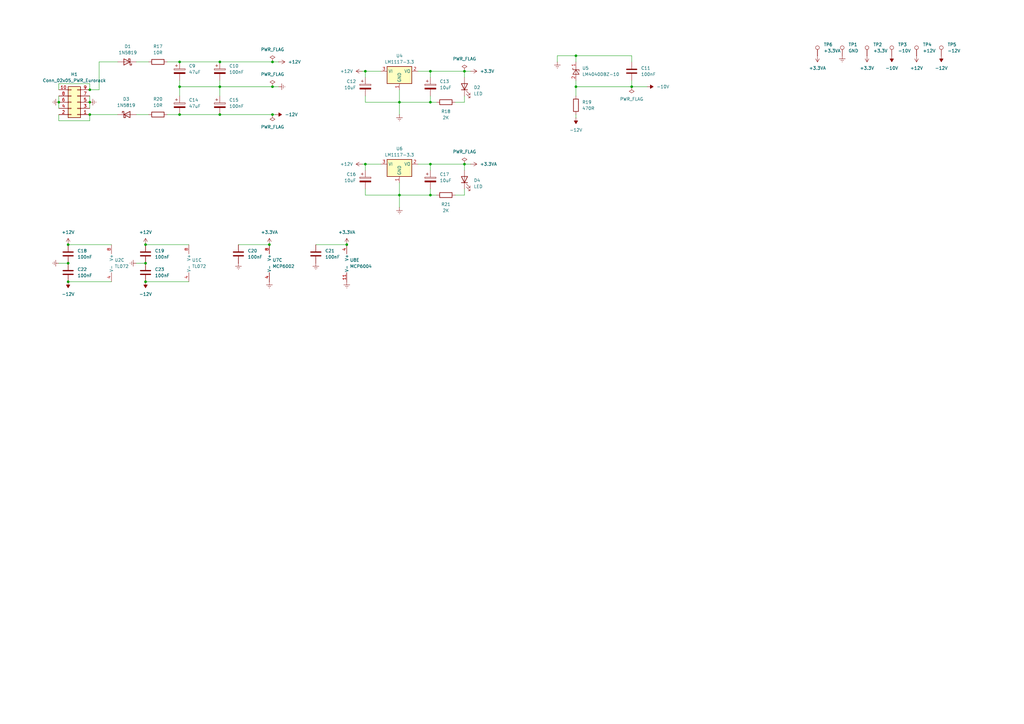
<source format=kicad_sch>
(kicad_sch (version 20250114) (generator "eeschema") (generator_version "9.0")
  (paper "A3")
  (lib_symbols
    (symbol "Amplifier_Operational:MCP6002-xSN" (pin_names (offset 0.127))
      (property "Reference" "U" (at 0 5.08 0))
      (property "Value" "MCP6002-xSN" (at 0 -5.08 0))
      (symbol "MCP6002-xSN_1_1"
        (polyline (pts (xy -5.08 5.08) (xy 5.08 0) (xy -5.08 -5.08) (xy -5.08 5.08)) (stroke (width 0.254)) (fill (type background)))
        (pin input line (at -7.62 2.54 0) (length 2.54) (name "+") (number "3"))
        (pin input line (at -7.62 -2.54 0) (length 2.54) (name "-") (number "2"))
        (pin output line (at 7.62 0 180) (length 2.54) (name "~") (number "1"))
      )
      (symbol "MCP6002-xSN_2_1"
        (polyline (pts (xy -5.08 5.08) (xy 5.08 0) (xy -5.08 -5.08) (xy -5.08 5.08)) (stroke (width 0.254)) (fill (type background)))
        (pin input line (at -7.62 2.54 0) (length 2.54) (name "+") (number "5"))
        (pin input line (at -7.62 -2.54 0) (length 2.54) (name "-") (number "6"))
        (pin output line (at 7.62 0 180) (length 2.54) (name "~") (number "7"))
      )
      (symbol "MCP6002-xSN_3_1"
        (pin power_in line (at -2.54 7.62 270) (length 3.81) (name "V+") (number "8"))
        (pin power_in line (at -2.54 -7.62 90) (length 3.81) (name "V-") (number "4"))
      )
    )
    (symbol "Amplifier_Operational:MCP6004" (pin_names (offset 0.127))
      (property "Reference" "U" (at 0 5.08 0))
      (property "Value" "MCP6004" (at 0 -5.08 0))
      (symbol "MCP6004_1_1"
        (polyline (pts (xy -5.08 5.08) (xy 5.08 0) (xy -5.08 -5.08) (xy -5.08 5.08)) (stroke (width 0.254)) (fill (type background)))
        (pin input line (at -7.62 2.54 0) (length 2.54) (name "+") (number "3"))
        (pin input line (at -7.62 -2.54 0) (length 2.54) (name "-") (number "2"))
        (pin output line (at 7.62 0 180) (length 2.54) (name "~") (number "1"))
      )
      (symbol "MCP6004_2_1"
        (polyline (pts (xy -5.08 5.08) (xy 5.08 0) (xy -5.08 -5.08) (xy -5.08 5.08)) (stroke (width 0.254)) (fill (type background)))
        (pin input line (at -7.62 2.54 0) (length 2.54) (name "+") (number "5"))
        (pin input line (at -7.62 -2.54 0) (length 2.54) (name "-") (number "6"))
        (pin output line (at 7.62 0 180) (length 2.54) (name "~") (number "7"))
      )
      (symbol "MCP6004_3_1"
        (polyline (pts (xy -5.08 5.08) (xy 5.08 0) (xy -5.08 -5.08) (xy -5.08 5.08)) (stroke (width 0.254)) (fill (type background)))
        (pin input line (at -7.62 2.54 0) (length 2.54) (name "+") (number "10"))
        (pin input line (at -7.62 -2.54 0) (length 2.54) (name "-") (number "9"))
        (pin output line (at 7.62 0 180) (length 2.54) (name "~") (number "8"))
      )
      (symbol "MCP6004_4_1"
        (polyline (pts (xy -5.08 5.08) (xy 5.08 0) (xy -5.08 -5.08) (xy -5.08 5.08)) (stroke (width 0.254)) (fill (type background)))
        (pin input line (at -7.62 2.54 0) (length 2.54) (name "+") (number "12"))
        (pin input line (at -7.62 -2.54 0) (length 2.54) (name "-") (number "13"))
        (pin output line (at 7.62 0 180) (length 2.54) (name "~") (number "14"))
      )
      (symbol "MCP6004_5_1"
        (pin power_in line (at -2.54 7.62 270) (length 3.81) (name "V+") (number "4"))
        (pin power_in line (at -2.54 -7.62 90) (length 3.81) (name "V-") (number "11"))
      )
    )
    (symbol "Amplifier_Operational:TL072" (pin_names (offset 0.127))
      (property "Reference" "U" (at 0 5.08 0))
      (property "Value" "TL072" (at 0 -5.08 0))
      (symbol "TL072_1_1"
        (polyline (pts (xy -5.08 5.08) (xy 5.08 0) (xy -5.08 -5.08) (xy -5.08 5.08)) (stroke (width 0.254)) (fill (type background)))
        (pin input line (at -7.62 2.54 0) (length 2.54) (name "+") (number "3"))
        (pin input line (at -7.62 -2.54 0) (length 2.54) (name "-") (number "2"))
        (pin output line (at 7.62 0 180) (length 2.54) (name "~") (number "1"))
      )
      (symbol "TL072_2_1"
        (polyline (pts (xy -5.08 5.08) (xy 5.08 0) (xy -5.08 -5.08) (xy -5.08 5.08)) (stroke (width 0.254)) (fill (type background)))
        (pin input line (at -7.62 2.54 0) (length 2.54) (name "+") (number "5"))
        (pin input line (at -7.62 -2.54 0) (length 2.54) (name "-") (number "6"))
        (pin output line (at 7.62 0 180) (length 2.54) (name "~") (number "7"))
      )
      (symbol "TL072_3_1"
        (pin power_in line (at -2.54 7.62 270) (length 3.81) (name "V+") (number "8"))
        (pin power_in line (at -2.54 -7.62 90) (length 3.81) (name "V-") (number "4"))
      )
    )
    (symbol "Connector:TestPoint" (pin_numbers (hide yes)) (pin_names (offset 0.762) (hide yes))
      (property "Reference" "TP" (at 0 6.858 0))
      (property "Value" "TestPoint" (at 0 5.08 0))
      (symbol "TestPoint_0_1"
        (circle (center 0 3.302) (radius 0.762))
      )
      (symbol "TestPoint_1_1"
        (pin passive line (at 0 0 90) (length 2.54) (name "1") (number "1"))
      )
    )
    (symbol "Device:C" (pin_numbers (hide yes)) (pin_names (offset 0.254))
      (property "Reference" "C" (at 0.635 2.54 0))
      (property "Value" "C" (at 0.635 -2.54 0))
      (symbol "C_0_1"
        (polyline (pts (xy -2.032 0.762) (xy 2.032 0.762)) (stroke (width 0.508)))
        (polyline (pts (xy -2.032 -0.762) (xy 2.032 -0.762)) (stroke (width 0.508)))
      )
      (symbol "C_1_1"
        (pin passive line (at 0 3.81 270) (length 2.794) (name "~") (number "1"))
        (pin passive line (at 0 -3.81 90) (length 2.794) (name "~") (number "2"))
      )
    )
    (symbol "Device:C_Polarized" (pin_numbers (hide yes)) (pin_names (offset 0.254))
      (property "Reference" "C" (at 0.635 2.54 0))
      (property "Value" "C_Polarized" (at 0.635 -2.54 0))
      (symbol "C_Polarized_0_1"
        (rectangle (start -2.286 0.508) (end 2.286 1.016))
        (polyline (pts (xy -1.778 2.286) (xy -0.762 2.286)))
        (polyline (pts (xy -1.27 2.794) (xy -1.27 1.778)))
        (rectangle (start 2.286 -0.508) (end -2.286 -1.016) (fill (type outline)))
      )
      (symbol "C_Polarized_1_1"
        (pin passive line (at 0 3.81 270) (length 2.794) (name "~") (number "1"))
        (pin passive line (at 0 -3.81 90) (length 2.794) (name "~") (number "2"))
      )
    )
    (symbol "Device:LED" (pin_numbers (hide yes)) (pin_names (offset 1.016) (hide yes))
      (property "Reference" "D" (at 0 2.54 0))
      (property "Value" "LED" (at 0 -2.54 0))
      (symbol "LED_0_1"
        (polyline (pts (xy -3.048 -0.762) (xy -4.572 -2.286) (xy -3.81 -2.286) (xy -4.572 -2.286) (xy -4.572 -1.524)))
        (polyline (pts (xy -1.778 -0.762) (xy -3.302 -2.286) (xy -2.54 -2.286) (xy -3.302 -2.286) (xy -3.302 -1.524)))
        (polyline (pts (xy -1.27 0) (xy 1.27 0)))
        (polyline (pts (xy -1.27 -1.27) (xy -1.27 1.27)) (stroke (width 0.254)))
        (polyline (pts (xy 1.27 -1.27) (xy 1.27 1.27) (xy -1.27 0) (xy 1.27 -1.27)) (stroke (width 0.254)))
      )
      (symbol "LED_1_1"
        (pin passive line (at -3.81 0 0) (length 2.54) (name "K") (number "1"))
        (pin passive line (at 3.81 0 180) (length 2.54) (name "A") (number "2"))
      )
    )
    (symbol "Device:R" (pin_numbers (hide yes)) (pin_names (offset 0))
      (property "Reference" "R" (at 2.032 0 90))
      (property "Value" "R" (at 0 0 90))
      (symbol "R_0_1"
        (rectangle (start -1.016 -2.54) (end 1.016 2.54) (stroke (width 0.254)))
      )
      (symbol "R_1_1"
        (pin passive line (at 0 3.81 270) (length 1.27) (name "~") (number "1"))
        (pin passive line (at 0 -3.81 90) (length 1.27) (name "~") (number "2"))
      )
    )
    (symbol "Diode:1N5817" (pin_numbers (hide yes)) (pin_names (offset 1.016) (hide yes))
      (property "Reference" "D" (at 0 2.54 0))
      (property "Value" "1N5817" (at 0 -2.54 0))
      (symbol "1N5817_0_1"
        (polyline (pts (xy -1.905 0.635) (xy -1.905 1.27) (xy -1.27 1.27) (xy -1.27 -1.27) (xy -0.635 -1.27) (xy -0.635 -0.635)) (stroke (width 0.254)))
        (polyline (pts (xy 1.27 1.27) (xy 1.27 -1.27) (xy -1.27 0) (xy 1.27 1.27)) (stroke (width 0.254)))
        (polyline (pts (xy 1.27 0) (xy -1.27 0)))
      )
      (symbol "1N5817_1_1"
        (pin passive line (at -3.81 0 0) (length 2.54) (name "K") (number "1"))
        (pin passive line (at 3.81 0 180) (length 2.54) (name "A") (number "2"))
      )
    )
    (symbol "Reference_Voltage:LM4040DBZ-10" (pin_names (offset 0.0254) (hide yes))
      (property "Reference" "U" (at 0 2.54 0))
      (property "Value" "LM4040DBZ-10" (at 0 -3.175 0))
      (symbol "LM4040DBZ-10_0_1"
        (polyline (pts (xy -1.27 0) (xy 0 0) (xy 1.27 0)))
        (polyline (pts (xy -1.27 -1.27) (xy 0.635 0) (xy -1.27 1.27) (xy -1.27 -1.27)) (stroke (width 0.2032)))
        (polyline (pts (xy 0 -1.27) (xy 0.635 -1.27) (xy 0.635 1.27) (xy 1.27 1.27)) (stroke (width 0.2032)))
      )
      (symbol "LM4040DBZ-10_1_1"
        (pin passive line (at -3.81 0 0) (length 2.54) (name "A") (number "2"))
        (pin no_connect line (at -1.27 0 0) (length 2.54) (hide yes) (name "NC") (number "3"))
        (pin passive line (at 3.81 0 180) (length 2.54) (name "K") (number "1"))
      )
    )
    (symbol "Regulator_Linear:LM1117DT-3.3"
      (property "Reference" "U" (at -3.81 3.175 0))
      (property "Value" "LM1117DT-3.3" (at 0 3.175 0))
      (symbol "LM1117DT-3.3_0_1"
        (rectangle (start -5.08 -5.08) (end 5.08 1.905) (stroke (width 0.254)) (fill (type background)))
      )
      (symbol "LM1117DT-3.3_1_1"
        (pin power_in line (at -7.62 0 0) (length 2.54) (name "VI") (number "3"))
        (pin power_in line (at 0 -7.62 90) (length 2.54) (name "GND") (number "1"))
        (pin power_out line (at 7.62 0 180) (length 2.54) (name "VO") (number "2"))
      )
    )
    (symbol "power:+12V" (power) (pin_numbers (hide yes)) (pin_names (offset 0) (hide yes))
      (property "Value" "+12V" (at 0 3.556 0))
      (symbol "+12V_0_1"
        (polyline (pts (xy -0.762 1.27) (xy 0 2.54)))
        (polyline (pts (xy 0 2.54) (xy 0.762 1.27)))
        (polyline (pts (xy 0 0) (xy 0 2.54)))
      )
      (symbol "+12V_1_1"
        (pin power_in line (at 0 0 90) (length 0) (name "~") (number "1"))
      )
    )
    (symbol "power:+3.3V" (power) (pin_numbers (hide yes)) (pin_names (offset 0) (hide yes))
      (property "Value" "+3.3V" (at 0 3.556 0))
      (symbol "+3.3V_0_1"
        (polyline (pts (xy -0.762 1.27) (xy 0 2.54)))
        (polyline (pts (xy 0 2.54) (xy 0.762 1.27)))
        (polyline (pts (xy 0 0) (xy 0 2.54)))
      )
      (symbol "+3.3V_1_1"
        (pin power_in line (at 0 0 90) (length 0) (name "~") (number "1"))
      )
    )
    (symbol "power:-10V" (power) (pin_numbers (hide yes)) (pin_names (offset 0) (hide yes))
      (property "Value" "-10V" (at 0 3.556 0))
      (symbol "-10V_0_0"
        (pin power_in line (at 0 0 90) (length 0) (name "~") (number "1"))
      )
      (symbol "-10V_0_1"
        (polyline (pts (xy 0 0) (xy 0 1.27) (xy 0.762 1.27) (xy 0 2.54) (xy -0.762 1.27) (xy 0 1.27)) (fill (type outline)))
      )
    )
    (symbol "power:-12V" (power) (pin_numbers (hide yes)) (pin_names (offset 0) (hide yes))
      (property "Value" "-12V" (at 0 3.556 0))
      (symbol "-12V_0_0"
        (pin power_in line (at 0 0 90) (length 0) (name "~") (number "1"))
      )
      (symbol "-12V_0_1"
        (polyline (pts (xy 0 0) (xy 0 1.27) (xy 0.762 1.27) (xy 0 2.54) (xy -0.762 1.27) (xy 0 1.27)) (fill (type outline)))
      )
    )
    (symbol "power:GNDREF" (power) (pin_numbers (hide yes)) (pin_names (offset 0) (hide yes))
      (property "Value" "GNDREF" (at 0 -3.81 0))
      (symbol "GNDREF_0_1"
        (polyline (pts (xy -0.635 -1.905) (xy 0.635 -1.905)))
        (polyline (pts (xy -0.127 -2.54) (xy 0.127 -2.54)))
        (polyline (pts (xy 0 -1.27) (xy 0 0)))
        (polyline (pts (xy 1.27 -1.27) (xy -1.27 -1.27)))
      )
      (symbol "GNDREF_1_1"
        (pin power_in line (at 0 0 270) (length 0) (name "~") (number "1"))
      )
    )
    (symbol "power:PWR_FLAG" (power) (pin_numbers (hide yes)) (pin_names (offset 0) (hide yes))
      (property "Value" "PWR_FLAG" (at 0 3.81 0))
      (symbol "PWR_FLAG_0_0"
        (pin power_out line (at 0 0 90) (length 0) (name "~") (number "1"))
      )
      (symbol "PWR_FLAG_0_1"
        (polyline (pts (xy 0 0) (xy 0 1.27) (xy -1.016 1.905) (xy 0 2.54) (xy 1.016 1.905) (xy 0 1.27)))
      )
    )
    (symbol "synth:Conn_02x05_EuroRack_Power" (pin_names (offset 1.016) (hide yes))
      (property "Reference" "H13" (at 0 -11.43 0))
      (property "Value" "Conn_02x05_PWR_Eurorack" (at 0 -8.89 0))
      (symbol "Conn_02x05_EuroRack_Power_1_1"
        (rectangle (start -2.54 6.35) (end 2.54 -6.35) (stroke (width 0.254)) (fill (type background)))
        (rectangle (start -2.54 5.207) (end -1.27 4.953) (stroke (width 0.1524)))
        (rectangle (start -2.54 2.667) (end -1.27 2.413) (stroke (width 0.1524)))
        (rectangle (start -2.54 0.127) (end -1.27 -0.127) (stroke (width 0.1524)))
        (rectangle (start -2.54 -2.413) (end -1.27 -2.667) (stroke (width 0.1524)))
        (rectangle (start -2.54 -4.953) (end -1.27 -5.207) (stroke (width 0.1524)))
        (rectangle (start 2.54 5.207) (end 1.27 4.953) (stroke (width 0.1524)))
        (rectangle (start 2.54 2.667) (end 1.27 2.413) (stroke (width 0.1524)))
        (rectangle (start 2.54 0.127) (end 1.27 -0.127) (stroke (width 0.1524)))
        (rectangle (start 2.54 -2.413) (end 1.27 -2.667) (stroke (width 0.1524)))
        (rectangle (start 2.54 -4.953) (end 1.27 -5.207) (stroke (width 0.1524)))
        (pin passive line (at -6.35 5.08 0) (length 3.81) (name "Pin_1") (number "1"))
        (pin passive line (at -6.35 2.54 0) (length 3.81) (name "Pin_3") (number "3"))
        (pin passive line (at -6.35 0 0) (length 3.81) (name "Pin_5") (number "5"))
        (pin passive line (at -6.35 -2.54 0) (length 3.81) (name "Pin_7") (number "7"))
        (pin passive line (at -6.35 -5.08 0) (length 3.81) (name "Pin_9") (number "9"))
        (pin passive line (at 6.35 5.08 180) (length 3.81) (name "Pin_2") (number "2"))
        (pin passive line (at 6.35 2.54 180) (length 3.81) (name "Pin_4") (number "4"))
        (pin passive line (at 6.35 0 180) (length 3.81) (name "Pin_6") (number "6"))
        (pin passive line (at 6.35 -2.54 180) (length 3.81) (name "Pin_8") (number "8"))
        (pin passive line (at 6.35 -5.08 180) (length 3.81) (name "Pin_10") (number "10"))
      )
    )
  )
  (junction (at 176.53 41.91))
  (junction (at 149.86 29.21))
  (junction (at 90.17 25.4))
  (junction (at 110.49 100.33))
  (junction (at 59.69 107.95))
  (junction (at 111.76 25.4))
  (junction (at 36.83 46.99))
  (junction (at 163.83 80.01))
  (junction (at 27.94 107.95))
  (junction (at 27.94 100.33))
  (junction (at 236.22 35.56))
  (junction (at 176.53 80.01))
  (junction (at 27.94 115.57))
  (junction (at 73.66 35.56))
  (junction (at 176.53 67.31))
  (junction (at 24.13 41.91))
  (junction (at 111.76 35.56))
  (junction (at 142.24 100.33))
  (junction (at 73.66 25.4))
  (junction (at 190.5 29.21))
  (junction (at 36.83 36.83))
  (junction (at 176.53 29.21))
  (junction (at 59.69 100.33))
  (junction (at 149.86 67.31))
  (junction (at 190.5 67.31))
  (junction (at 259.08 35.56))
  (junction (at 111.76 46.99))
  (junction (at 163.83 41.91))
  (junction (at 90.17 46.99))
  (junction (at 90.17 35.56))
  (junction (at 36.83 41.91))
  (junction (at 236.22 22.86))
  (junction (at 73.66 46.99))
  (junction (at 59.69 115.57))
  (wire (pts (xy 149.86 41.91) (xy 163.83 41.91)))
  (wire (pts (xy 97.79 100.33) (xy 110.49 100.33)))
  (wire (pts (xy 90.17 35.56) (xy 111.76 35.56)))
  (wire (pts (xy 24.13 49.53) (xy 36.83 49.53)))
  (wire (pts (xy 111.76 25.4) (xy 114.3 25.4)))
  (wire (pts (xy 259.08 22.86) (xy 259.08 25.4)))
  (wire (pts (xy 228.6 22.86) (xy 236.22 22.86)))
  (wire (pts (xy 149.86 80.01) (xy 163.83 80.01)))
  (wire (pts (xy 236.22 33.02) (xy 236.22 35.56)))
  (wire (pts (xy 190.5 80.01) (xy 186.69 80.01)))
  (wire (pts (xy 149.86 31.75) (xy 149.86 29.21)))
  (wire (pts (xy 59.69 100.33) (xy 77.47 100.33)))
  (wire (pts (xy 265.43 35.56) (xy 259.08 35.56)))
  (wire (pts (xy 36.83 39.37) (xy 36.83 41.91)))
  (wire (pts (xy 149.86 41.91) (xy 149.86 39.37)))
  (wire (pts (xy 73.66 25.4) (xy 90.17 25.4)))
  (wire (pts (xy 190.5 41.91) (xy 186.69 41.91)))
  (wire (pts (xy 176.53 80.01) (xy 179.07 80.01)))
  (wire (pts (xy 176.53 41.91) (xy 179.07 41.91)))
  (wire (pts (xy 190.5 39.37) (xy 190.5 41.91)))
  (wire (pts (xy 190.5 31.75) (xy 190.5 29.21)))
  (wire (pts (xy 68.58 46.99) (xy 73.66 46.99)))
  (wire (pts (xy 111.76 46.99) (xy 113.03 46.99)))
  (wire (pts (xy 24.13 41.91) (xy 24.13 44.45)))
  (wire (pts (xy 90.17 33.02) (xy 90.17 35.56)))
  (wire (pts (xy 163.83 46.99) (xy 163.83 41.91)))
  (wire (pts (xy 176.53 29.21) (xy 171.45 29.21)))
  (wire (pts (xy 190.5 77.47) (xy 190.5 80.01)))
  (wire (pts (xy 176.53 31.75) (xy 176.53 29.21)))
  (wire (pts (xy 163.83 36.83) (xy 163.83 41.91)))
  (wire (pts (xy 90.17 25.4) (xy 111.76 25.4)))
  (wire (pts (xy 228.6 22.86) (xy 228.6 25.4)))
  (wire (pts (xy 149.86 29.21) (xy 156.21 29.21)))
  (wire (pts (xy 59.69 115.57) (xy 77.47 115.57)))
  (wire (pts (xy 36.83 36.83) (xy 36.83 34.29)))
  (wire (pts (xy 68.58 25.4) (xy 73.66 25.4)))
  (wire (pts (xy 149.86 69.85) (xy 149.86 67.31)))
  (wire (pts (xy 176.53 67.31) (xy 190.5 67.31)))
  (wire (pts (xy 55.88 107.95) (xy 59.69 107.95)))
  (wire (pts (xy 73.66 33.02) (xy 73.66 35.56)))
  (wire (pts (xy 193.04 29.21) (xy 190.5 29.21)))
  (wire (pts (xy 193.04 67.31) (xy 190.5 67.31)))
  (wire (pts (xy 176.53 69.85) (xy 176.53 67.31)))
  (wire (pts (xy 236.22 35.56) (xy 259.08 35.56)))
  (wire (pts (xy 148.59 29.21) (xy 149.86 29.21)))
  (wire (pts (xy 73.66 35.56) (xy 90.17 35.56)))
  (wire (pts (xy 236.22 35.56) (xy 236.22 39.37)))
  (wire (pts (xy 73.66 46.99) (xy 90.17 46.99)))
  (wire (pts (xy 90.17 35.56) (xy 90.17 39.37)))
  (wire (pts (xy 36.83 34.29) (xy 24.13 34.29)))
  (wire (pts (xy 24.13 34.29) (xy 24.13 36.83)))
  (wire (pts (xy 55.88 46.99) (xy 60.96 46.99)))
  (wire (pts (xy 36.83 49.53) (xy 36.83 46.99)))
  (wire (pts (xy 40.64 25.4) (xy 40.64 36.83)))
  (wire (pts (xy 259.08 35.56) (xy 259.08 33.02)))
  (wire (pts (xy 55.88 25.4) (xy 60.96 25.4)))
  (wire (pts (xy 148.59 67.31) (xy 149.86 67.31)))
  (wire (pts (xy 24.13 107.95) (xy 27.94 107.95)))
  (wire (pts (xy 73.66 35.56) (xy 73.66 39.37)))
  (wire (pts (xy 36.83 46.99) (xy 48.26 46.99)))
  (wire (pts (xy 27.94 100.33) (xy 45.72 100.33)))
  (wire (pts (xy 259.08 22.86) (xy 236.22 22.86)))
  (wire (pts (xy 236.22 46.99) (xy 236.22 48.26)))
  (wire (pts (xy 129.54 100.33) (xy 142.24 100.33)))
  (wire (pts (xy 111.76 35.56) (xy 114.3 35.56)))
  (wire (pts (xy 36.83 36.83) (xy 40.64 36.83)))
  (wire (pts (xy 163.83 80.01) (xy 176.53 80.01)))
  (wire (pts (xy 36.83 41.91) (xy 36.83 44.45)))
  (wire (pts (xy 236.22 22.86) (xy 236.22 25.4)))
  (wire (pts (xy 149.86 67.31) (xy 156.21 67.31)))
  (wire (pts (xy 176.53 67.31) (xy 171.45 67.31)))
  (wire (pts (xy 24.13 46.99) (xy 24.13 49.53)))
  (wire (pts (xy 176.53 39.37) (xy 176.53 41.91)))
  (wire (pts (xy 163.83 41.91) (xy 176.53 41.91)))
  (wire (pts (xy 163.83 74.93) (xy 163.83 80.01)))
  (wire (pts (xy 90.17 46.99) (xy 111.76 46.99)))
  (wire (pts (xy 149.86 80.01) (xy 149.86 77.47)))
  (wire (pts (xy 163.83 85.09) (xy 163.83 80.01)))
  (wire (pts (xy 27.94 115.57) (xy 45.72 115.57)))
  (wire (pts (xy 40.64 25.4) (xy 48.26 25.4)))
  (wire (pts (xy 176.53 77.47) (xy 176.53 80.01)))
  (wire (pts (xy 190.5 69.85) (xy 190.5 67.31)))
  (wire (pts (xy 176.53 29.21) (xy 190.5 29.21)))
  (wire (pts (xy 24.13 39.37) (xy 24.13 41.91)))
  (symbol (lib_id "power:-12V") (at 59.69 115.57 180) (unit 1)
    (property "Reference" "#PWR047" (effects (hide yes)))
    (property "Value" "-12V" (at 59.69 120.65 0))
    (property "Description" "Power symbol creates a global label with name \"-12V\"" (effects (hide yes)))
  )
  (symbol (lib_id "power:+3.3V") (at 110.49 100.33 0) (unit 1)
    (property "Reference" "#PWR040" (effects (hide yes)))
    (property "Value" "+3.3VA" (at 110.49 95.25 0))
    (property "Description" "Power symbol creates a global label with name \"+3.3V\"" (effects (hide yes)))
  )
  (symbol (lib_id "power:GNDREF") (at 55.88 107.95 270) (unit 1)
    (property "Reference" "#PWR043" (effects (hide yes)))
    (property "Value" "GNDREF" (effects (hide yes)))
    (property "Description" "Power symbol creates a global label with name \"GNDREF\" , reference supply ground" (effects (hide yes)))
  )
  (symbol (lib_id "power:GNDREF") (at 142.24 115.57 0) (unit 1)
    (property "Reference" "#PWR049" (effects (hide yes)))
    (property "Value" "GNDREF" (effects (hide yes)))
    (property "Description" "Power symbol creates a global label with name \"GNDREF\" , reference supply ground" (effects (hide yes)))
  )
  (symbol (lib_id "Device:R") (at 236.22 43.18 180) (unit 1)
    (property "Reference" "R19" (at 238.76 41.9099 0) (effects (justify right)))
    (property "Value" "470R" (at 238.76 44.4499 0) (effects (justify right)))
    (property "Footprint" "Resistor_SMD:R_0805_2012Metric_Pad1.20x1.40mm_HandSolder" (effects (hide yes)))
    (property "Description" "Resistor" (effects (hide yes)))
  )
  (symbol (lib_id "Device:C") (at 259.08 29.21 0) (unit 1)
    (property "Reference" "C11" (at 262.89 27.9399 0) (effects (justify left)))
    (property "Value" "100nF" (at 262.89 30.4799 0) (effects (justify left)))
    (property "Footprint" "Capacitor_SMD:C_0805_2012Metric_Pad1.18x1.45mm_HandSolder" (effects (hide yes)))
    (property "Description" "Unpolarized capacitor" (effects (hide yes)))
  )
  (symbol (lib_id "power:-10V") (at 265.43 35.56 270) (unit 1)
    (property "Reference" "#PWR029" (effects (hide yes)))
    (property "Value" "-10V" (at 269.24 35.5599 90) (effects (justify left)))
    (property "Description" "Power symbol creates a global label with name \"-10V\"" (effects (hide yes)))
  )
  (symbol (lib_id "power:+12V") (at 148.59 67.31 90) (unit 1)
    (property "Reference" "#PWR035" (effects (hide yes)))
    (property "Value" "+12V" (at 144.78 67.3099 90) (effects (justify left)))
    (property "Description" "Power symbol creates a global label with name \"+12V\"" (effects (hide yes)))
  )
  (symbol (lib_id "power:+3.3V") (at 193.04 67.31 270) (unit 1)
    (property "Reference" "#PWR036" (effects (hide yes)))
    (property "Value" "+3.3VA" (at 196.85 67.3099 90) (effects (justify left)))
    (property "Description" "Power symbol creates a global label with name \"+3.3V\"" (effects (hide yes)))
  )
  (symbol (lib_id "power:+3.3V") (at 193.04 29.21 270) (unit 1)
    (property "Reference" "#PWR027" (effects (hide yes)))
    (property "Value" "+3.3V" (at 196.85 29.2099 90) (effects (justify left)))
    (property "Description" "Power symbol creates a global label with name \"+3.3V\"" (effects (hide yes)))
  )
  (symbol (lib_id "power:-10V") (at 365.76 22.86 180) (unit 1)
    (property "Reference" "#PWR021" (effects (hide yes)))
    (property "Value" "-10V" (at 365.76 27.94 0))
    (property "Description" "Power symbol creates a global label with name \"-10V\"" (effects (hide yes)))
  )
  (symbol (lib_id "power:+12V") (at 27.94 100.33 0) (unit 1)
    (property "Reference" "#PWR038" (effects (hide yes)))
    (property "Value" "+12V" (at 27.94 95.25 0))
    (property "Description" "Power symbol creates a global label with name \"+12V\"" (effects (hide yes)))
  )
  (symbol (lib_id "Device:C_Polarized") (at 176.53 35.56 0) (unit 1)
    (property "Reference" "C13" (at 180.34 33.4009 0) (effects (justify left)))
    (property "Value" "10uF" (at 180.34 35.9409 0) (effects (justify left)))
    (property "Footprint" "Capacitor_THT:CP_Radial_D4.0mm_P2.00mm" (effects (hide yes)))
    (property "Description" "Polarized capacitor" (effects (hide yes)))
  )
  (symbol (lib_id "Amplifier_Operational:MCP6004") (at 144.78 107.95 0) (unit 5)
    (property "Reference" "U8" (at 143.51 106.6799 0) (effects (justify left)))
    (property "Value" "MCP6004" (at 143.51 109.2199 0) (effects (justify left)))
    (property "Footprint" "Synth:SOIC-14" (effects (hide yes)))
    (property "Datasheet" "http://ww1.microchip.com/downloads/en/DeviceDoc/21733j.pdf" (effects (hide yes)))
    (property "Description" "1MHz, Low-Power Op Amp, DIP-14/SOIC-14/TSSOP-14" (effects (hide yes)))
  )
  (symbol (lib_id "Device:C_Polarized") (at 73.66 43.18 0) (unit 1)
    (property "Reference" "C14" (at 77.47 41.0209 0) (effects (justify left)))
    (property "Value" "47uF" (at 77.47 43.5609 0) (effects (justify left)))
    (property "Footprint" "Capacitor_THT:CP_Radial_D5.0mm_P2.50mm" (effects (hide yes)))
    (property "Description" "Polarized capacitor" (effects (hide yes)))
  )
  (symbol (lib_id "Amplifier_Operational:MCP6002-xSN") (at 113.03 107.95 0) (unit 3)
    (property "Reference" "U7" (at 111.76 106.6799 0) (effects (justify left)))
    (property "Value" "MCP6002" (at 111.76 109.2199 0) (effects (justify left)))
    (property "Footprint" "Synth:SOIC-8" (effects (hide yes)))
    (property "Datasheet" "http://ww1.microchip.com/downloads/en/DeviceDoc/21733j.pdf" (effects (hide yes)))
    (property "Description" "1MHz, Low-Power Op Amp, SOIC-8" (effects (hide yes)))
  )
  (symbol (lib_id "power:GNDREF") (at 228.6 25.4 0) (unit 1)
    (property "Reference" "#PWR025" (effects (hide yes)))
    (property "Value" "GNDREF" (effects (hide yes)))
    (property "Description" "Power symbol creates a global label with name \"GNDREF\" , reference supply ground" (effects (hide yes)))
  )
  (symbol (lib_id "Connector:TestPoint") (at 335.28 22.86 0) (unit 1) (exclude_from_sim yes) (in_bom no)
    (property "Reference" "TP6" (at 337.82 18.2879 0) (effects (justify left)))
    (property "Value" "+3.3VA" (at 337.82 20.8279 0) (effects (justify left)))
    (property "Footprint" "Connector_Pin:Pin_D1.0mm_L10.0mm" (effects (hide yes)))
    (property "Description" "test point" (effects (hide yes)))
  )
  (symbol (lib_id "power:PWR_FLAG") (at 111.76 46.99 180) (unit 1)
    (property "Reference" "#FLG04" (effects (hide yes)))
    (property "Value" "PWR_FLAG" (at 111.76 52.07 0))
    (property "Description" "Special symbol for telling ERC where power comes from" (effects (hide yes)))
  )
  (symbol (lib_id "Diode:1N5817") (at 52.07 46.99 0) (unit 1)
    (property "Reference" "D3" (at 51.7525 40.64 0))
    (property "Value" "1N5819" (at 51.7525 43.18 0))
    (property "Footprint" "Diode_SMD:D_SOD-123" (effects (hide yes)))
    (property "Datasheet" "http://www.vishay.com/docs/88525/1n5817.pdf" (effects (hide yes)))
    (property "Description" "20V 1A Schottky Barrier Rectifier Diode, DO-41" (effects (hide yes)))
  )
  (symbol (lib_id "Amplifier_Operational:TL072") (at 74.93 107.95 0) (mirror y) (unit 3)
    (property "Reference" "U1" (at 78.74 106.6799 0) (effects (justify right)))
    (property "Value" "TL072" (at 78.74 109.2199 0) (effects (justify right)))
    (property "Footprint" "Synth:SOIC-8" (effects (hide yes)))
    (property "Datasheet" "http://www.ti.com/lit/ds/symlink/tl071.pdf" (effects (hide yes)))
    (property "Description" "Dual Low-Noise JFET-Input Operational Amplifiers, DIP-8/SOIC-8" (effects (hide yes)))
  )
  (symbol (lib_id "Device:R") (at 182.88 41.91 90) (unit 1)
    (property "Reference" "R18" (at 182.88 45.72 90))
    (property "Value" "2K" (at 182.88 48.26 90))
    (property "Footprint" "Resistor_SMD:R_0805_2012Metric_Pad1.20x1.40mm_HandSolder" (effects (hide yes)))
    (property "Description" "Resistor" (effects (hide yes)))
  )
  (symbol (lib_id "power:GNDREF") (at 163.83 85.09 0) (unit 1)
    (property "Reference" "#PWR037" (effects (hide yes)))
    (property "Value" "GNDREF" (effects (hide yes)))
    (property "Description" "Power symbol creates a global label with name \"GNDREF\" , reference supply ground" (effects (hide yes)))
  )
  (symbol (lib_id "power:GNDREF") (at 24.13 41.91 270) (unit 1)
    (property "Reference" "#PWR030" (effects (hide yes)))
    (property "Value" "GNDREF" (effects (hide yes)))
    (property "Description" "Power symbol creates a global label with name \"GNDREF\" , reference supply ground" (effects (hide yes)))
  )
  (symbol (lib_id "Connector:TestPoint") (at 375.92 22.86 0) (unit 1) (exclude_from_sim yes) (in_bom no)
    (property "Reference" "TP4" (at 378.46 18.2879 0) (effects (justify left)))
    (property "Value" "+12V" (at 378.46 20.8279 0) (effects (justify left)))
    (property "Footprint" "Connector_Pin:Pin_D1.0mm_L10.0mm" (effects (hide yes)))
    (property "Description" "test point" (effects (hide yes)))
  )
  (symbol (lib_id "Device:C") (at 27.94 111.76 0) (unit 1)
    (property "Reference" "C22" (at 31.75 110.4899 0) (effects (justify left)))
    (property "Value" "100nF" (at 31.75 113.0299 0) (effects (justify left)))
    (property "Footprint" "Capacitor_SMD:C_0805_2012Metric_Pad1.18x1.45mm_HandSolder" (effects (hide yes)))
    (property "Description" "Unpolarized capacitor" (effects (hide yes)))
  )
  (symbol (lib_id "Device:C") (at 59.69 111.76 0) (unit 1)
    (property "Reference" "C23" (at 63.5 110.4899 0) (effects (justify left)))
    (property "Value" "100nF" (at 63.5 113.0299 0) (effects (justify left)))
    (property "Footprint" "Capacitor_SMD:C_0805_2012Metric_Pad1.18x1.45mm_HandSolder" (effects (hide yes)))
    (property "Description" "Unpolarized capacitor" (effects (hide yes)))
  )
  (symbol (lib_id "Device:LED") (at 190.5 35.56 90) (unit 1)
    (property "Reference" "D2" (at 194.31 35.8774 90) (effects (justify right)))
    (property "Value" "LED" (at 194.31 38.4174 90) (effects (justify right)))
    (property "Footprint" "LED_SMD:LED_0805_2012Metric_Pad1.15x1.40mm_HandSolder" (effects (hide yes)))
    (property "Description" "Light emitting diode" (effects (hide yes)))
  )
  (symbol (lib_id "Regulator_Linear:LM1117DT-3.3") (at 163.83 67.31 0) (unit 1)
    (property "Reference" "U6" (at 163.83 60.96 0))
    (property "Value" "LM1117-3.3" (at 163.83 63.5 0))
    (property "Footprint" "Package_TO_SOT_SMD:SOT-223-3_TabPin2" (effects (hide yes)))
    (property "Datasheet" "http://www.ti.com/lit/ds/symlink/lm1117.pdf" (effects (hide yes)))
    (property "Description" "800mA Low-Dropout Linear Regulator, 3.3V fixed output, TO-252" (effects (hide yes)))
  )
  (symbol (lib_id "power:-12V") (at 113.03 46.99 270) (unit 1)
    (property "Reference" "#PWR032" (effects (hide yes)))
    (property "Value" "-12V" (at 116.84 46.9899 90) (effects (justify left)))
    (property "Description" "Power symbol creates a global label with name \"-12V\"" (effects (hide yes)))
  )
  (symbol (lib_id "Connector:TestPoint") (at 345.44 22.86 0) (unit 1) (exclude_from_sim yes) (in_bom no)
    (property "Reference" "TP1" (at 347.98 18.2879 0) (effects (justify left)))
    (property "Value" "GND" (at 347.98 20.8279 0) (effects (justify left)))
    (property "Footprint" "Connector_Pin:Pin_D1.0mm_L10.0mm" (effects (hide yes)))
    (property "Description" "test point" (effects (hide yes)))
  )
  (symbol (lib_id "power:GNDREF") (at 114.3 35.56 90) (unit 1)
    (property "Reference" "#PWR028" (effects (hide yes)))
    (property "Value" "GNDREF" (effects (hide yes)))
    (property "Description" "Power symbol creates a global label with name \"GNDREF\" , reference supply ground" (effects (hide yes)))
  )
  (symbol (lib_id "Device:C_Polarized") (at 149.86 35.56 0) (unit 1)
    (property "Reference" "C12" (at 146.05 33.4009 0) (effects (justify right)))
    (property "Value" "10uF" (at 146.05 35.9409 0) (effects (justify right)))
    (property "Footprint" "Capacitor_THT:CP_Radial_D4.0mm_P2.00mm" (effects (hide yes)))
    (property "Description" "Polarized capacitor" (effects (hide yes)))
  )
  (symbol (lib_id "power:PWR_FLAG") (at 259.08 35.56 180) (unit 1)
    (property "Reference" "#FLG03" (effects (hide yes)))
    (property "Value" "PWR_FLAG" (at 259.08 40.64 0))
    (property "Description" "Special symbol for telling ERC where power comes from" (effects (hide yes)))
  )
  (symbol (lib_id "Device:C_Polarized") (at 176.53 73.66 0) (unit 1)
    (property "Reference" "C17" (at 180.34 71.5009 0) (effects (justify left)))
    (property "Value" "10uF" (at 180.34 74.0409 0) (effects (justify left)))
    (property "Footprint" "Capacitor_THT:CP_Radial_D4.0mm_P2.00mm" (effects (hide yes)))
    (property "Description" "Polarized capacitor" (effects (hide yes)))
  )
  (symbol (lib_id "power:PWR_FLAG") (at 190.5 29.21 0) (unit 1)
    (property "Reference" "#FLG05" (effects (hide yes)))
    (property "Value" "PWR_FLAG" (at 190.5 24.13 0))
    (property "Description" "Special symbol for telling ERC where power comes from" (effects (hide yes)))
  )
  (symbol (lib_id "power:GNDREF") (at 129.54 107.95 0) (unit 1)
    (property "Reference" "#PWR045" (effects (hide yes)))
    (property "Value" "GNDREF" (effects (hide yes)))
    (property "Description" "Power symbol creates a global label with name \"GNDREF\" , reference supply ground" (effects (hide yes)))
  )
  (symbol (lib_id "Reference_Voltage:LM4040DBZ-10") (at 236.22 29.21 90) (unit 1)
    (property "Reference" "U5" (at 238.76 27.9399 90) (effects (justify right)))
    (property "Value" "LM4040DBZ-10" (at 238.76 30.4799 90) (effects (justify right)))
    (property "Footprint" "Package_TO_SOT_SMD:SOT-23" (effects (hide yes)))
    (property "Datasheet" "http://www.ti.com/lit/ds/symlink/lm4040-n.pdf" (effects (hide yes)))
    (property "Description" "10.00V Precision Micropower Shunt Voltage Reference, SOT-23" (effects (hide yes)))
  )
  (symbol (lib_id "power:GNDREF") (at 36.83 41.91 90) (unit 1)
    (property "Reference" "#PWR031" (effects (hide yes)))
    (property "Value" "GNDREF" (effects (hide yes)))
    (property "Description" "Power symbol creates a global label with name \"GNDREF\" , reference supply ground" (effects (hide yes)))
  )
  (symbol (lib_id "power:PWR_FLAG") (at 111.76 35.56 0) (unit 1)
    (property "Reference" "#FLG02" (effects (hide yes)))
    (property "Value" "PWR_FLAG" (at 111.76 30.48 0))
    (property "Description" "Special symbol for telling ERC where power comes from" (effects (hide yes)))
  )
  (symbol (lib_id "Device:C_Polarized") (at 90.17 29.21 0) (unit 1)
    (property "Reference" "C10" (at 93.98 27.0509 0) (effects (justify left)))
    (property "Value" "100nF" (at 93.98 29.5909 0) (effects (justify left)))
    (property "Footprint" "Capacitor_THT:CP_Radial_D4.0mm_P2.00mm" (effects (hide yes)))
    (property "Description" "Polarized capacitor" (effects (hide yes)))
  )
  (symbol (lib_id "Amplifier_Operational:TL072") (at 43.18 107.95 0) (mirror y) (unit 3)
    (property "Reference" "U2" (at 46.99 106.6799 0) (effects (justify right)))
    (property "Value" "TL072" (at 46.99 109.2199 0) (effects (justify right)))
    (property "Footprint" "Synth:SOIC-8" (effects (hide yes)))
    (property "Datasheet" "http://www.ti.com/lit/ds/symlink/tl071.pdf" (effects (hide yes)))
    (property "Description" "Dual Low-Noise JFET-Input Operational Amplifiers, DIP-8/SOIC-8" (effects (hide yes)))
  )
  (symbol (lib_id "Connector:TestPoint") (at 386.08 22.86 0) (unit 1) (exclude_from_sim yes) (in_bom no)
    (property "Reference" "TP5" (at 388.62 18.2879 0) (effects (justify left)))
    (property "Value" "-12V" (at 388.62 20.8279 0) (effects (justify left)))
    (property "Footprint" "Connector_Pin:Pin_D1.0mm_L10.0mm" (effects (hide yes)))
    (property "Description" "test point" (effects (hide yes)))
  )
  (symbol (lib_id "power:-12V") (at 236.22 48.26 180) (unit 1)
    (property "Reference" "#PWR034" (effects (hide yes)))
    (property "Value" "-12V" (at 236.22 53.34 0))
    (property "Description" "Power symbol creates a global label with name \"-12V\"" (effects (hide yes)))
  )
  (symbol (lib_id "power:GNDREF") (at 24.13 107.95 270) (unit 1)
    (property "Reference" "#PWR042" (effects (hide yes)))
    (property "Value" "GNDREF" (effects (hide yes)))
    (property "Description" "Power symbol creates a global label with name \"GNDREF\" , reference supply ground" (effects (hide yes)))
  )
  (symbol (lib_id "Connector:TestPoint") (at 365.76 22.86 0) (unit 1) (exclude_from_sim yes) (in_bom no)
    (property "Reference" "TP3" (at 368.3 18.2879 0) (effects (justify left)))
    (property "Value" "-10V" (at 368.3 20.8279 0) (effects (justify left)))
    (property "Footprint" "Connector_Pin:Pin_D1.0mm_L10.0mm" (effects (hide yes)))
    (property "Description" "test point" (effects (hide yes)))
  )
  (symbol (lib_id "Device:C_Polarized") (at 90.17 43.18 0) (unit 1)
    (property "Reference" "C15" (at 93.98 41.0209 0) (effects (justify left)))
    (property "Value" "100nF" (at 93.98 43.5609 0) (effects (justify left)))
    (property "Footprint" "Capacitor_THT:CP_Radial_D4.0mm_P2.00mm" (effects (hide yes)))
    (property "Description" "Polarized capacitor" (effects (hide yes)))
  )
  (symbol (lib_id "Device:C_Polarized") (at 149.86 73.66 0) (unit 1)
    (property "Reference" "C16" (at 146.05 71.5009 0) (effects (justify right)))
    (property "Value" "10uF" (at 146.05 74.0409 0) (effects (justify right)))
    (property "Footprint" "Capacitor_THT:CP_Radial_D4.0mm_P2.00mm" (effects (hide yes)))
    (property "Description" "Polarized capacitor" (effects (hide yes)))
  )
  (symbol (lib_id "Device:C") (at 59.69 104.14 0) (unit 1)
    (property "Reference" "C19" (at 63.5 102.8699 0) (effects (justify left)))
    (property "Value" "100nF" (at 63.5 105.4099 0) (effects (justify left)))
    (property "Footprint" "Capacitor_SMD:C_0805_2012Metric_Pad1.18x1.45mm_HandSolder" (effects (hide yes)))
    (property "Description" "Unpolarized capacitor" (effects (hide yes)))
  )
  (symbol (lib_id "power:GNDREF") (at 345.44 22.86 0) (unit 1)
    (property "Reference" "#PWR019" (effects (hide yes)))
    (property "Value" "GNDREF" (effects (hide yes)))
    (property "Description" "Power symbol creates a global label with name \"GNDREF\" , reference supply ground" (effects (hide yes)))
  )
  (symbol (lib_id "power:GNDREF") (at 97.79 107.95 0) (unit 1)
    (property "Reference" "#PWR044" (effects (hide yes)))
    (property "Value" "GNDREF" (effects (hide yes)))
    (property "Description" "Power symbol creates a global label with name \"GNDREF\" , reference supply ground" (effects (hide yes)))
  )
  (symbol (lib_id "power:+12V") (at 114.3 25.4 270) (unit 1)
    (property "Reference" "#PWR024" (effects (hide yes)))
    (property "Value" "+12V" (at 118.11 25.3999 90) (effects (justify left)))
    (property "Description" "Power symbol creates a global label with name \"+12V\"" (effects (hide yes)))
  )
  (symbol (lib_id "Device:C") (at 97.79 104.14 0) (unit 1)
    (property "Reference" "C20" (at 101.6 102.8699 0) (effects (justify left)))
    (property "Value" "100nF" (at 101.6 105.4099 0) (effects (justify left)))
    (property "Footprint" "Capacitor_SMD:C_0805_2012Metric_Pad1.18x1.45mm_HandSolder" (effects (hide yes)))
    (property "Description" "Unpolarized capacitor" (effects (hide yes)))
  )
  (symbol (lib_id "power:+3.3V") (at 355.6 22.86 180) (unit 1)
    (property "Reference" "#PWR020" (effects (hide yes)))
    (property "Value" "+3.3V" (at 355.6 27.94 0))
    (property "Description" "Power symbol creates a global label with name \"+3.3V\"" (effects (hide yes)))
  )
  (symbol (lib_id "Device:LED") (at 190.5 73.66 90) (unit 1)
    (property "Reference" "D4" (at 194.31 73.9774 90) (effects (justify right)))
    (property "Value" "LED" (at 194.31 76.5174 90) (effects (justify right)))
    (property "Footprint" "LED_SMD:LED_0805_2012Metric_Pad1.15x1.40mm_HandSolder" (effects (hide yes)))
    (property "Description" "Light emitting diode" (effects (hide yes)))
  )
  (symbol (lib_id "power:PWR_FLAG") (at 190.5 67.31 0) (unit 1)
    (property "Reference" "#FLG06" (effects (hide yes)))
    (property "Value" "PWR_FLAG" (at 190.5 62.23 0))
    (property "Description" "Special symbol for telling ERC where power comes from" (effects (hide yes)))
  )
  (symbol (lib_id "Device:R") (at 64.77 46.99 90) (unit 1)
    (property "Reference" "R20" (at 64.77 40.64 90))
    (property "Value" "10R" (at 64.77 43.18 90))
    (property "Footprint" "Resistor_SMD:R_0805_2012Metric_Pad1.20x1.40mm_HandSolder" (effects (hide yes)))
    (property "Description" "Resistor" (effects (hide yes)))
  )
  (symbol (lib_id "power:+12V") (at 148.59 29.21 90) (unit 1)
    (property "Reference" "#PWR026" (effects (hide yes)))
    (property "Value" "+12V" (at 144.78 29.2099 90) (effects (justify left)))
    (property "Description" "Power symbol creates a global label with name \"+12V\"" (effects (hide yes)))
  )
  (symbol (lib_id "Diode:1N5817") (at 52.07 25.4 180) (unit 1)
    (property "Reference" "D1" (at 52.3875 19.05 0))
    (property "Value" "1N5819" (at 52.3875 21.59 0))
    (property "Footprint" "Diode_SMD:D_SOD-123" (effects (hide yes)))
    (property "Datasheet" "http://www.vishay.com/docs/88525/1n5817.pdf" (effects (hide yes)))
    (property "Description" "20V 1A Schottky Barrier Rectifier Diode, DO-41" (effects (hide yes)))
  )
  (symbol (lib_id "Connector:TestPoint") (at 355.6 22.86 0) (unit 1) (exclude_from_sim yes) (in_bom no)
    (property "Reference" "TP2" (at 358.14 18.2879 0) (effects (justify left)))
    (property "Value" "+3.3V" (at 358.14 20.8279 0) (effects (justify left)))
    (property "Footprint" "Connector_Pin:Pin_D1.0mm_L10.0mm" (effects (hide yes)))
    (property "Description" "test point" (effects (hide yes)))
  )
  (symbol (lib_id "power:-12V") (at 27.94 115.57 180) (unit 1)
    (property "Reference" "#PWR046" (effects (hide yes)))
    (property "Value" "-12V" (at 27.94 120.65 0))
    (property "Description" "Power symbol creates a global label with name \"-12V\"" (effects (hide yes)))
  )
  (symbol (lib_id "power:+12V") (at 59.69 100.33 0) (unit 1)
    (property "Reference" "#PWR039" (effects (hide yes)))
    (property "Value" "+12V" (at 59.69 95.25 0))
    (property "Description" "Power symbol creates a global label with name \"+12V\"" (effects (hide yes)))
  )
  (symbol (lib_id "power:-12V") (at 386.08 22.86 180) (unit 1)
    (property "Reference" "#PWR023" (effects (hide yes)))
    (property "Value" "-12V" (at 386.08 27.94 0))
    (property "Description" "Power symbol creates a global label with name \"-12V\"" (effects (hide yes)))
  )
  (symbol (lib_id "Device:C_Polarized") (at 73.66 29.21 0) (unit 1)
    (property "Reference" "C9" (at 77.47 27.0509 0) (effects (justify left)))
    (property "Value" "47uF" (at 77.47 29.5909 0) (effects (justify left)))
    (property "Footprint" "Capacitor_THT:CP_Radial_D5.0mm_P2.50mm" (effects (hide yes)))
    (property "Description" "Polarized capacitor" (effects (hide yes)))
  )
  (symbol (lib_id "Device:C") (at 129.54 104.14 0) (unit 1)
    (property "Reference" "C21" (at 133.35 102.8699 0) (effects (justify left)))
    (property "Value" "100nF" (at 133.35 105.4099 0) (effects (justify left)))
    (property "Footprint" "Capacitor_SMD:C_0805_2012Metric_Pad1.18x1.45mm_HandSolder" (effects (hide yes)))
    (property "Description" "Unpolarized capacitor" (effects (hide yes)))
  )
  (symbol (lib_id "power:GNDREF") (at 163.83 46.99 0) (unit 1)
    (property "Reference" "#PWR033" (effects (hide yes)))
    (property "Value" "GNDREF" (effects (hide yes)))
    (property "Description" "Power symbol creates a global label with name \"GNDREF\" , reference supply ground" (effects (hide yes)))
  )
  (symbol (lib_id "power:+3.3V") (at 142.24 100.33 0) (unit 1)
    (property "Reference" "#PWR041" (effects (hide yes)))
    (property "Value" "+3.3VA" (at 142.24 95.25 0))
    (property "Description" "Power symbol creates a global label with name \"+3.3V\"" (effects (hide yes)))
  )
  (symbol (lib_id "synth:Conn_02x05_EuroRack_Power") (at 30.48 41.91 180) (unit 1)
    (property "Reference" "H1" (at 30.48 30.48 0))
    (property "Value" "Conn_02x05_PWR_Eurorack" (at 30.48 33.02 0))
    (property "Footprint" "Synth:IDC-Header_2x05_P2.54mm_Vertical" (effects (hide yes)))
  )
  (symbol (lib_id "Regulator_Linear:LM1117DT-3.3") (at 163.83 29.21 0) (unit 1)
    (property "Reference" "U4" (at 163.83 22.86 0))
    (property "Value" "LM1117-3.3" (at 163.83 25.4 0))
    (property "Footprint" "Package_TO_SOT_SMD:TO-252-3_TabPin2" (effects (hide yes)))
    (property "Datasheet" "http://www.ti.com/lit/ds/symlink/lm1117.pdf" (effects (hide yes)))
    (property "Description" "800mA Low-Dropout Linear Regulator, 3.3V fixed output, TO-252" (effects (hide yes)))
  )
  (symbol (lib_id "power:GNDREF") (at 110.49 115.57 0) (unit 1)
    (property "Reference" "#PWR048" (effects (hide yes)))
    (property "Value" "GNDREF" (effects (hide yes)))
    (property "Description" "Power symbol creates a global label with name \"GNDREF\" , reference supply ground" (effects (hide yes)))
  )
  (symbol (lib_id "Device:R") (at 64.77 25.4 90) (unit 1)
    (property "Reference" "R17" (at 64.77 19.05 90))
    (property "Value" "10R" (at 64.77 21.59 90))
    (property "Footprint" "Resistor_SMD:R_0805_2012Metric_Pad1.20x1.40mm_HandSolder" (effects (hide yes)))
    (property "Description" "Resistor" (effects (hide yes)))
  )
  (symbol (lib_id "power:PWR_FLAG") (at 111.76 25.4 0) (unit 1)
    (property "Reference" "#FLG01" (effects (hide yes)))
    (property "Value" "PWR_FLAG" (at 111.76 20.32 0))
    (property "Description" "Special symbol for telling ERC where power comes from" (effects (hide yes)))
  )
  (symbol (lib_id "power:+12V") (at 375.92 22.86 180) (unit 1)
    (property "Reference" "#PWR022" (effects (hide yes)))
    (property "Value" "+12V" (at 375.92 27.94 0))
    (property "Description" "Power symbol creates a global label with name \"+12V\"" (effects (hide yes)))
  )
  (symbol (lib_id "power:+3.3V") (at 335.28 22.86 180) (unit 1)
    (property "Reference" "#PWR098" (effects (hide yes)))
    (property "Value" "+3.3VA" (at 335.28 27.94 0))
    (property "Description" "Power symbol creates a global label with name \"+3.3V\"" (effects (hide yes)))
  )
  (symbol (lib_id "Device:C") (at 27.94 104.14 0) (unit 1)
    (property "Reference" "C18" (at 31.75 102.8699 0) (effects (justify left)))
    (property "Value" "100nF" (at 31.75 105.4099 0) (effects (justify left)))
    (property "Footprint" "Capacitor_SMD:C_0805_2012Metric_Pad1.18x1.45mm_HandSolder" (effects (hide yes)))
    (property "Description" "Unpolarized capacitor" (effects (hide yes)))
  )
  (symbol (lib_id "Device:R") (at 182.88 80.01 90) (unit 1)
    (property "Reference" "R21" (at 182.88 83.82 90))
    (property "Value" "2K" (at 182.88 86.36 90))
    (property "Footprint" "Resistor_SMD:R_0805_2012Metric_Pad1.20x1.40mm_HandSolder" (effects (hide yes)))
    (property "Description" "Resistor" (effects (hide yes)))
  )
)
</source>
